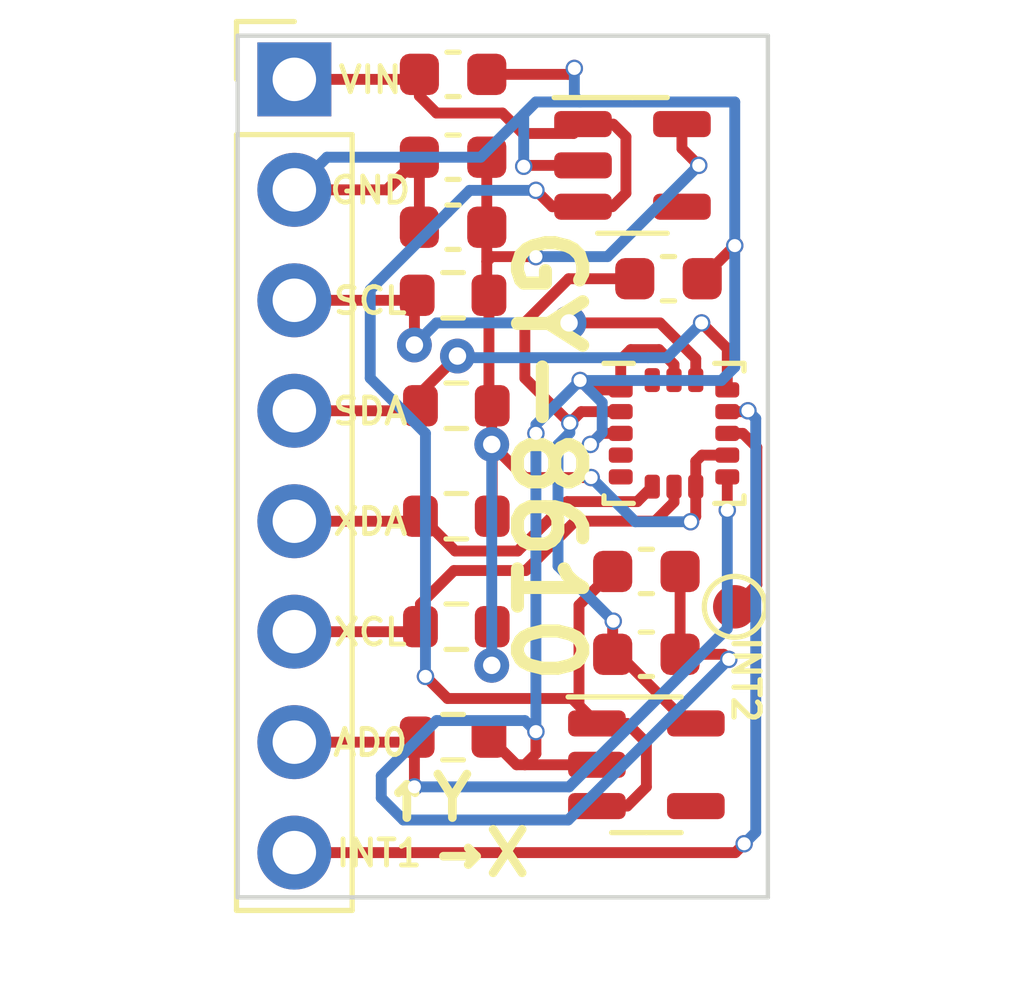
<source format=kicad_pcb>
(kicad_pcb (version 20211014) (generator pcbnew)
  (layers (0 "F.Cu" signal) (31 "B.Cu" signal) (34 "B.Paste" user) (35 "F.Paste" user) (36 "B.SilkS" user "B.Silkscreen") (37 "F.SilkS" user "F.Silkscreen") (38 "B.Mask" user) (39 "F.Mask" user) (44 "Edge.Cuts" user))
  (net 0 "")
  (net 1 "VIN")
  (net 2 "GND")
  (net 3 "+3V3")
  (net 4 "+1V8")
  (net 7 "XDA")
  (net 8 "XCL")
  (net 9 "AD0")
  (net 10 "Net-(U1-Pad11)")
  (net 11 "INT")
  (net 12 "SDA")
  (net 13 "SCL")
  (footprint "Resistor_SMD:R_0603_1608Metric" (layer "F.Cu") (at 142.95 80.645 180)
    (fp_text reference "R4" hide)
    (fp_text value "2.2K")
    (fp_line (start -0.237258 0.5225) (end 0.237258 0.5225) (layer "F.SilkS") (width 0.12))
    (fp_line (start -0.237258 -0.5225) (end 0.237258 -0.5225) (layer "F.SilkS") (width 0.12))
    (pad "1" smd roundrect (at -0.825 0 180) (size 0.8 0.95) (layers "F.Cu" "F.Paste" "F.Mask") (net 4 "+1V8"))
    (pad "2" smd roundrect (at 0.825 0 180) (size 0.8 0.95) (layers "F.Cu" "F.Paste" "F.Mask") (net 7 "XDA"))
  )
  (footprint "Capacitor_SMD:C_0603_1608Metric" (layer "F.Cu") (at 142.875 70.485)
    (fp_text reference "C3" hide)
    (fp_text value "10uF")
    (fp_line (start -0.14058 0.51) (end 0.14058 0.51) (layer "F.SilkS") (width 0.12))
    (fp_line (start -0.14058 -0.51) (end 0.14058 -0.51) (layer "F.SilkS") (width 0.12))
    (pad "1" smd roundrect (at -0.775 0) (size 0.9 0.95) (layers "F.Cu" "F.Paste" "F.Mask") (net 1 "VIN"))
    (pad "2" smd roundrect (at 0.775 0) (size 0.9 0.95) (layers "F.Cu" "F.Paste" "F.Mask") (net 2 "GND"))
  )
  (footprint "Capacitor_SMD:C_0603_1608Metric" (layer "F.Cu") (at 147.32 83.82)
    (fp_text reference "C5" hide)
    (fp_text value "10uF")
    (fp_line (start -0.14058 0.51) (end 0.14058 0.51) (layer "F.SilkS") (width 0.12))
    (fp_line (start -0.14058 -0.51) (end 0.14058 -0.51) (layer "F.SilkS") (width 0.12))
    (pad "1" smd roundrect (at -0.775 0) (size 0.9 0.95) (layers "F.Cu" "F.Paste" "F.Mask") (net 3 "+3V3"))
    (pad "2" smd roundrect (at 0.775 0) (size 0.9 0.95) (layers "F.Cu" "F.Paste" "F.Mask") (net 2 "GND"))
  )
  (footprint "Resistor_SMD:R_0603_1608Metric" (layer "F.Cu") (at 142.875 85.725)
    (fp_text reference "R1" hide)
    (fp_text value "12K")
    (fp_line (start -0.237258 -0.5225) (end 0.237258 -0.5225) (layer "F.SilkS") (width 0.12))
    (fp_line (start -0.237258 0.5225) (end 0.237258 0.5225) (layer "F.SilkS") (width 0.12))
    (pad "1" smd roundrect (at -0.825 0) (size 0.8 0.95) (layers "F.Cu" "F.Paste" "F.Mask") (net 9 "AD0"))
    (pad "2" smd roundrect (at 0.825 0) (size 0.8 0.95) (layers "F.Cu" "F.Paste" "F.Mask") (net 2 "GND"))
  )
  (footprint "Package_LGA:LGA-16_3x3mm_P0.5mm_LayoutBorder3x5y" (layer "F.Cu") (at 147.955 78.74)
    (fp_text reference "U1" hide)
    (fp_text value "QMI8610")
    (fp_line (start 1.61 1.61) (end 1.61 1.435) (layer "F.SilkS") (width 0.12))
    (fp_line (start -0.935 1.61) (end -1.61 1.61) (layer "F.SilkS") (width 0.12))
    (fp_line (start -0.935 -1.61) (end -1.61 -1.61) (layer "F.SilkS") (width 0.12))
    (fp_line (start 1.61 -1.61) (end 1.61 -1.435) (layer "F.SilkS") (width 0.12))
    (fp_line (start 0.935 1.61) (end 1.61 1.61) (layer "F.SilkS") (width 0.12))
    (fp_line (start -1.61 1.61) (end -1.61 1.435) (layer "F.SilkS") (width 0.12))
    (fp_line (start 0.935 -1.61) (end 1.61 -1.61) (layer "F.SilkS") (width 0.12))
    (pad "1" smd roundrect (at -1.225 -1) (size 0.55 0.35) (layers "F.Cu" "F.Paste" "F.Mask") (net 2 "GND"))
    (pad "2" smd roundrect (at -1.225 -0.5) (size 0.55 0.35) (layers "F.Cu" "F.Paste" "F.Mask") (net 3 "+3V3"))
    (pad "3" smd roundrect (at -1.225 0) (size 0.55 0.35) (layers "F.Cu" "F.Paste" "F.Mask") (net 2 "GND"))
    (pad "4" smd roundrect (at -1.225 0.5) (size 0.55 0.35) (layers "F.Cu" "F.Paste" "F.Mask"))
    (pad "5" smd roundrect (at -1.225 1) (size 0.55 0.35) (layers "F.Cu" "F.Paste" "F.Mask"))
    (pad "6" smd roundrect (at -0.5 1.225) (size 0.35 0.55) (layers "F.Cu" "F.Paste" "F.Mask") (net 7 "XDA"))
    (pad "7" smd roundrect (at 0 1.225) (size 0.35 0.55) (layers "F.Cu" "F.Paste" "F.Mask") (net 8 "XCL"))
    (pad "8" smd roundrect (at 0.5 1.225) (size 0.35 0.55) (layers "F.Cu" "F.Paste" "F.Mask") (net 4 "+1V8"))
    (pad "9" smd roundrect (at 1.225 1) (size 0.55 0.35) (layers "F.Cu" "F.Paste" "F.Mask") (net 9 "AD0"))
    (pad "10" smd roundrect (at 1.225 0.5) (size 0.55 0.35) (layers "F.Cu" "F.Paste" "F.Mask") (net 4 "+1V8"))
    (pad "11" smd roundrect (at 1.225 0) (size 0.55 0.35) (layers "F.Cu" "F.Paste" "F.Mask") (net 10 "Net-(U1-Pad11)"))
    (pad "12" smd roundrect (at 1.225 -0.5) (size 0.55 0.35) (layers "F.Cu" "F.Paste" "F.Mask") (net 11 "INT"))
    (pad "13" smd roundrect (at 1.225 -1) (size 0.55 0.35) (layers "F.Cu" "F.Paste" "F.Mask") (net 12 "SDA"))
    (pad "14" smd roundrect (at 0.5 -1.225) (size 0.35 0.55) (layers "F.Cu" "F.Paste" "F.Mask") (net 13 "SCL"))
    (pad "15" smd roundrect (at 0 -1.225) (size 0.35 0.55) (layers "F.Cu" "F.Paste" "F.Mask") (net 2 "GND"))
    (pad "16" smd roundrect (at -0.5 -1.225) (size 0.35 0.55) (layers "F.Cu" "F.Paste" "F.Mask"))
  )
  (footprint "Capacitor_SMD:C_0603_1608Metric" (layer "F.Cu") (at 147.828 75.184 180)
    (fp_text reference "C1" hide)
    (fp_text value "100nF")
    (fp_line (start -0.14058 0.51) (end 0.14058 0.51) (layer "F.SilkS") (width 0.12))
    (fp_line (start -0.14058 -0.51) (end 0.14058 -0.51) (layer "F.SilkS") (width 0.12))
    (pad "1" smd roundrect (at -0.775 0 180) (size 0.9 0.95) (layers "F.Cu" "F.Paste" "F.Mask") (net 2 "GND"))
    (pad "2" smd roundrect (at 0.775 0 180) (size 0.9 0.95) (layers "F.Cu" "F.Paste" "F.Mask") (net 3 "+3V3"))
  )
  (footprint "Capacitor_SMD:C_0603_1608Metric" (layer "F.Cu") (at 142.875 74 180)
    (fp_text reference "C6" hide)
    (fp_text value "10uF")
    (fp_line (start -0.14058 0.51) (end 0.14058 0.51) (layer "F.SilkS") (width 0.12))
    (fp_line (start -0.14058 -0.51) (end 0.14058 -0.51) (layer "F.SilkS") (width 0.12))
    (pad "1" smd roundrect (at -0.775 0 180) (size 0.9 0.95) (layers "F.Cu" "F.Paste" "F.Mask") (net 4 "+1V8"))
    (pad "2" smd roundrect (at 0.775 0 180) (size 0.9 0.95) (layers "F.Cu" "F.Paste" "F.Mask") (net 2 "GND"))
  )
  (footprint "Resistor_SMD:R_0603_1608Metric" (layer "F.Cu") (at 142.95 78.105 180)
    (fp_text reference "R2" hide)
    (fp_text value "2.2K")
    (fp_line (start -0.237258 0.5225) (end 0.237258 0.5225) (layer "F.SilkS") (width 0.12))
    (fp_line (start -0.237258 -0.5225) (end 0.237258 -0.5225) (layer "F.SilkS") (width 0.12))
    (pad "1" smd roundrect (at -0.825 0 180) (size 0.8 0.95) (layers "F.Cu" "F.Paste" "F.Mask") (net 4 "+1V8"))
    (pad "2" smd roundrect (at 0.825 0 180) (size 0.8 0.95) (layers "F.Cu" "F.Paste" "F.Mask") (net 12 "SDA"))
  )
  (footprint "Package_TO_SOT_SMD:SOT-23-5" (layer "F.Cu") (at 147 72.578)
    (fp_text reference "U3" hide)
    (fp_text value "LN1134A182MR-G 1.8V")
    (fp_line (start 0 1.56) (end -0.8 1.56) (layer "F.SilkS") (width 0.12))
    (fp_line (start 0 -1.56) (end 0.8 -1.56) (layer "F.SilkS") (width 0.12))
    (fp_line (start 0 -1.56) (end -1.8 -1.56) (layer "F.SilkS") (width 0.12))
    (fp_line (start 0 1.56) (end 0.8 1.56) (layer "F.SilkS") (width 0.12))
    (pad "1" smd roundrect (at -1.1375 -0.95) (size 1.325 0.6) (layers "F.Cu" "F.Paste" "F.Mask") (net 1 "VIN"))
    (pad "2" smd roundrect (at -1.1375 0) (size 1.325 0.6) (layers "F.Cu" "F.Paste" "F.Mask") (net 2 "GND"))
    (pad "3" smd roundrect (at -1.1375 0.95) (size 1.325 0.6) (layers "F.Cu" "F.Paste" "F.Mask") (net 1 "VIN"))
    (pad "4" smd roundrect (at 1.1375 0.95) (size 1.325 0.6) (layers "F.Cu" "F.Paste" "F.Mask"))
    (pad "5" smd roundrect (at 1.1375 -0.95) (size 1.325 0.6) (layers "F.Cu" "F.Paste" "F.Mask") (net 4 "+1V8"))
  )
  (footprint "TestPoint:TestPoint_Pad_D1.0mm" (layer "F.Cu") (at 149.352 82.7278)
    (fp_text reference "TP1" hide)
    (fp_text value "TestPoint_Probe")
    (fp_circle (center 0 0) (end 0 0.7) (layer "F.SilkS") (width 0.12) (fill none))
    (pad "1" smd circle (at 0 0) (size 1 1) (layers "F.Cu" "F.Mask") (net 10 "Net-(U1-Pad11)"))
  )
  (footprint "Connector_PinHeader_2.54mm:PinHeader_1x08_P2.54mm_Vertical" (layer "F.Cu") (at 139.225 70.6)
    (fp_text reference "J1" hide)
    (fp_text value "Conn_01x08_Male")
    (fp_line (start -1.33 19.11) (end 1.33 19.11) (layer "F.SilkS") (width 0.12))
    (fp_line (start -1.33 0) (end -1.33 -1.33) (layer "F.SilkS") (width 0.12))
    (fp_line (start -1.33 1.27) (end -1.33 19.11) (layer "F.SilkS") (width 0.12))
    (fp_line (start 1.33 1.27) (end 1.33 19.11) (layer "F.SilkS") (width 0.12))
    (fp_line (start -1.33 1.27) (end 1.33 1.27) (layer "F.SilkS") (width 0.12))
    (fp_line (start -1.33 -1.33) (end 0 -1.33) (layer "F.SilkS") (width 0.12))
    (pad "1" thru_hole rect (at 0 0) (size 1.7 1.7) (drill 1) (layers *.Cu *.Mask) (net 1 "VIN"))
    (pad "2" thru_hole oval (at 0 2.54) (size 1.7 1.7) (drill 1) (layers *.Cu *.Mask) (net 2 "GND"))
    (pad "3" thru_hole oval (at 0 5.08) (size 1.7 1.7) (drill 1) (layers *.Cu *.Mask) (net 13 "SCL"))
    (pad "4" thru_hole oval (at 0 7.62) (size 1.7 1.7) (drill 1) (layers *.Cu *.Mask) (net 12 "SDA"))
    (pad "5" thru_hole oval (at 0 10.16) (size 1.7 1.7) (drill 1) (layers *.Cu *.Mask) (net 7 "XDA"))
    (pad "6" thru_hole oval (at 0 12.7) (size 1.7 1.7) (drill 1) (layers *.Cu *.Mask) (net 8 "XCL"))
    (pad "7" thru_hole oval (at 0 15.24) (size 1.7 1.7) (drill 1) (layers *.Cu *.Mask) (net 9 "AD0"))
    (pad "8" thru_hole oval (at 0 17.78) (size 1.7 1.7) (drill 1) (layers *.Cu *.Mask) (net 11 "INT"))
  )
  (footprint "Capacitor_SMD:C_0603_1608Metric" (layer "F.Cu") (at 142.875 72.39)
    (fp_text reference "C2" hide)
    (fp_text value "100nF")
    (fp_line (start -0.14058 0.51) (end 0.14058 0.51) (layer "F.SilkS") (width 0.12))
    (fp_line (start -0.14058 -0.51) (end 0.14058 -0.51) (layer "F.SilkS") (width 0.12))
    (pad "1" smd roundrect (at -0.775 0) (size 0.9 0.95) (layers "F.Cu" "F.Paste" "F.Mask") (net 2 "GND"))
    (pad "2" smd roundrect (at 0.775 0) (size 0.9 0.95) (layers "F.Cu" "F.Paste" "F.Mask") (net 4 "+1V8"))
  )
  (footprint "Capacitor_SMD:C_0603_1608Metric" (layer "F.Cu") (at 147.32 81.915)
    (fp_text reference "C4" hide)
    (fp_text value "10uF")
    (fp_line (start -0.14058 -0.51) (end 0.14058 -0.51) (layer "F.SilkS") (width 0.12))
    (fp_line (start -0.14058 0.51) (end 0.14058 0.51) (layer "F.SilkS") (width 0.12))
    (pad "1" smd roundrect (at -0.775 0) (size 0.9 0.95) (layers "F.Cu" "F.Paste" "F.Mask") (net 1 "VIN"))
    (pad "2" smd roundrect (at 0.775 0) (size 0.9 0.95) (layers "F.Cu" "F.Paste" "F.Mask") (net 2 "GND"))
  )
  (footprint "Package_TO_SOT_SMD:SOT-23-5" (layer "F.Cu") (at 147.32 86.36)
    (fp_text reference "U2" hide)
    (fp_text value "ME6211 3.3V")
    (fp_line (start 0 1.56) (end 0.8 1.56) (layer "F.SilkS") (width 0.12))
    (fp_line (start 0 -1.56) (end -1.8 -1.56) (layer "F.SilkS") (width 0.12))
    (fp_line (start 0 -1.56) (end 0.8 -1.56) (layer "F.SilkS") (width 0.12))
    (fp_line (start 0 1.56) (end -0.8 1.56) (layer "F.SilkS") (width 0.12))
    (pad "1" smd roundrect (at -1.1375 -0.95) (size 1.325 0.6) (layers "F.Cu" "F.Paste" "F.Mask") (net 1 "VIN"))
    (pad "2" smd roundrect (at -1.1375 0) (size 1.325 0.6) (layers "F.Cu" "F.Paste" "F.Mask") (net 2 "GND"))
    (pad "3" smd roundrect (at -1.1375 0.95) (size 1.325 0.6) (layers "F.Cu" "F.Paste" "F.Mask") (net 1 "VIN"))
    (pad "4" smd roundrect (at 1.1375 0.95) (size 1.325 0.6) (layers "F.Cu" "F.Paste" "F.Mask"))
    (pad "5" smd roundrect (at 1.1375 -0.95) (size 1.325 0.6) (layers "F.Cu" "F.Paste" "F.Mask") (net 3 "+3V3"))
  )
  (footprint "Resistor_SMD:R_0603_1608Metric" (layer "F.Cu") (at 142.95 83.185 180)
    (fp_text reference "R5" hide)
    (fp_text value "2.2K")
    (fp_line (start -0.237258 0.5225) (end 0.237258 0.5225) (layer "F.SilkS") (width 0.12))
    (fp_line (start -0.237258 -0.5225) (end 0.237258 -0.5225) (layer "F.SilkS") (width 0.12))
    (pad "1" smd roundrect (at -0.825 0 180) (size 0.8 0.95) (layers "F.Cu" "F.Paste" "F.Mask") (net 4 "+1V8"))
    (pad "2" smd roundrect (at 0.825 0 180) (size 0.8 0.95) (layers "F.Cu" "F.Paste" "F.Mask") (net 8 "XCL"))
  )
  (footprint "Resistor_SMD:R_0603_1608Metric" (layer "F.Cu") (at 142.875 75.565 180)
    (fp_text reference "R3" hide)
    (fp_text value "2.2K")
    (fp_line (start -0.237258 0.5225) (end 0.237258 0.5225) (layer "F.SilkS") (width 0.12))
    (fp_line (start -0.237258 -0.5225) (end 0.237258 -0.5225) (layer "F.SilkS") (width 0.12))
    (pad "1" smd roundrect (at -0.825 0 180) (size 0.8 0.95) (layers "F.Cu" "F.Paste" "F.Mask") (net 4 "+1V8"))
    (pad "2" smd roundrect (at 0.825 0 180) (size 0.8 0.95) (layers "F.Cu" "F.Paste" "F.Mask") (net 13 "SCL"))
  )
  (gr_line (start 150.114 69.596) (end 150.114 89.408) (layer "Edge.Cuts") (width 0.1))
  (gr_line (start 137.922 89.408) (end 137.922 69.596) (layer "Edge.Cuts") (width 0.1))
  (gr_line (start 137.922 89.408) (end 150.114 89.408) (layer "Edge.Cuts") (width 0.1))
  (gr_line (start 137.922 69.596) (end 150.114 69.596) (layer "Edge.Cuts") (width 0.1))
  (gr_text "INT2" (at 149.606 84.4042 270) (layer "F.SilkS") (effects (font (size 0.6 0.6) (thickness 0.12))))
  (gr_text "GND" (at 140.97 73.152) (layer "F.SilkS") (effects (font (size 0.6 0.6) (thickness 0.11))))
  (gr_text "↑Y" (at 142.24 87.122) (layer "F.SilkS") (effects (font (size 1 1) (thickness 0.2))))
  (gr_text "→X" (at 143.51 88.392) (layer "F.SilkS") (effects (font (size 1 1) (thickness 0.2))))
  (gr_text "SCL" (at 140.97 75.692) (layer "F.SilkS") (effects (font (size 0.6 0.6) (thickness 0.11))))
  (gr_text "VIN" (at 140.97 70.612) (layer "F.SilkS") (effects (font (size 0.6 0.6) (thickness 0.11))))
  (gr_text "SDA" (at 140.97 78.232) (layer "F.SilkS") (effects (font (size 0.6 0.6) (thickness 0.11))))
  (gr_text "INT1" (at 141.1732 88.392) (layer "F.SilkS") (effects (font (size 0.6 0.6) (thickness 0.11))))
  (gr_text "AD0" (at 140.97 85.852) (layer "F.SilkS") (effects (font (size 0.6 0.6) (thickness 0.11))))
  (gr_text "GY-8610" (at 145.034 79.248 270) (layer "F.SilkS") (effects (font (size 1.5 1.5) (thickness 0.3))))
  (gr_text "XDA" (at 140.97 80.772) (layer "F.SilkS") (effects (font (size 0.6 0.6) (thickness 0.11))))
  (gr_text "XCL" (at 140.97 83.312) (layer "F.SilkS") (effects (font (size 0.6 0.6) (thickness 0.11))))
  (segment (start 141.985 70.6) (end 139.225 70.6) (width 0.25) (layer "F.Cu") (net 1))
  (segment (start 146.537678 73.528) (end 146.84952 73.216158) (width 0.25) (layer "F.Cu") (net 1))
  (segment (start 146.878 87.31) (end 146.1825 87.31) (width 0.25) (layer "F.Cu") (net 1))
  (segment (start 142.1 70.485) (end 142.1 70.98) (width 0.25) (layer "F.Cu") (net 1))
  (segment (start 142.748 84.836) (end 142.24 84.328) (width 0.25) (layer "F.Cu") (net 1))
  (segment (start 146.84952 73.216158) (end 146.84952 71.91952) (width 0.25) (layer "F.Cu") (net 1))
  (segment (start 145.156 73.528) (end 144.78 73.152) (width 0.25) (layer "F.Cu") (net 1))
  (segment (start 142.494 71.374) (end 144.009386 71.374) (width 0.25) (layer "F.Cu") (net 1))
  (segment (start 144.009386 71.374) (end 144.479897 71.844511) (width 0.25) (layer "F.Cu") (net 1))
  (segment (start 145.77048 84.99798) (end 146.1825 85.41) (width 0.25) (layer "F.Cu") (net 1))
  (segment (start 145.6085 84.836) (end 142.748 84.836) (width 0.25) (layer "F.Cu") (net 1))
  (segment (start 145.645989 71.844511) (end 145.8625 71.628) (width 0.25) (layer "F.Cu") (net 1))
  (segment (start 146.545 81.915) (end 145.77048 82.68952) (width 0.25) (layer "F.Cu") (net 1))
  (segment (start 146.1825 85.41) (end 146.878 85.41) (width 0.25) (layer "F.Cu") (net 1))
  (segment (start 145.8625 73.528) (end 145.156 73.528) (width 0.25) (layer "F.Cu") (net 1))
  (segment (start 146.1825 85.41) (end 145.6085 84.836) (width 0.25) (layer "F.Cu") (net 1))
  (segment (start 142.1 70.98) (end 142.494 71.374) (width 0.25) (layer "F.Cu") (net 1))
  (segment (start 144.479897 71.844511) (end 145.645989 71.844511) (width 0.25) (layer "F.Cu") (net 1))
  (segment (start 145.77048 82.68952) (end 145.77048 84.99798) (width 0.25) (layer "F.Cu") (net 1))
  (segment (start 147.32 86.868) (end 146.878 87.31) (width 0.25) (layer "F.Cu") (net 1))
  (segment (start 147.32 85.852) (end 147.32 86.868) (width 0.25) (layer "F.Cu") (net 1))
  (segment (start 146.558 71.628) (end 146.84952 71.91952) (width 0.25) (layer "F.Cu") (net 1))
  (segment (start 146.878 85.41) (end 147.32 85.852) (width 0.25) (layer "F.Cu") (net 1))
  (segment (start 142.1 70.485) (end 141.985 70.6) (width 0.25) (layer "F.Cu") (net 1))
  (via (at 142.24 84.328) (size 0.4) (drill 0.3) (layers "F.Cu" "B.Cu") (net 1))
  (via (at 144.78 73.152) (size 0.4) (drill 0.3) (layers "F.Cu" "B.Cu") (net 1))
  (segment (start 140.97 77.47) (end 140.97 75.438) (width 0.25) (layer "B.Cu") (net 1))
  (segment (start 144.78 73.152) (end 143.256 73.152) (width 0.25) (layer "B.Cu") (net 1))
  (segment (start 142.24 84.328) (end 142.24 78.74) (width 0.25) (layer "B.Cu") (net 1))
  (segment (start 140.97 75.438) (end 142.748 73.66) (width 0.25) (layer "B.Cu") (net 1))
  (segment (start 142.24 78.74) (end 140.97 77.47) (width 0.25) (layer "B.Cu") (net 1))
  (segment (start 143.256 73.152) (end 142.748 73.66) (width 0.25) (layer "B.Cu") (net 1))
  (segment (start 144.78 86.106) (end 144.78 85.598) (width 0.25) (layer "F.Cu") (net 2))
  (segment (start 146.1825 86.36) (end 144.526 86.36) (width 0.25) (layer "F.Cu") (net 2))
  (segment (start 147.611724 76.81404) (end 146.95996 76.81404) (width 0.25) (layer "F.Cu") (net 2))
  (segment (start 146.95996 76.81404) (end 146.73 77.044) (width 0.25) (layer "F.Cu") (net 2))
  (segment (start 146.012011 77.74) (end 145.796 77.523989) (width 0.25) (layer "F.Cu") (net 2))
  (segment (start 144.526 86.36) (end 144.78 86.106) (width 0.25) (layer "F.Cu") (net 2))
  (segment (start 144.526 86.36) (end 144.335 86.36) (width 0.25) (layer "F.Cu") (net 2))
  (segment (start 148.095 81.915) (end 148.095 83.82) (width 0.25) (layer "F.Cu") (net 2))
  (segment (start 147.95548 77.157796) (end 147.611724 76.81404) (width 0.25) (layer "F.Cu") (net 2))
  (segment (start 144.335 86.36) (end 143.7 85.725) (width 0.25) (layer "F.Cu") (net 2))
  (segment (start 145.526371 70.485) (end 145.663563 70.347808) (width 0.25) (layer "F.Cu") (net 2))
  (segment (start 142.1 74) (end 142.1 72.39) (width 0.25) (layer "F.Cu") (net 2))
  (segment (start 141.35 73.14) (end 139.225 73.14) (width 0.25) (layer "F.Cu") (net 2))
  (segment (start 143.65 70.485) (end 145.526371 70.485) (width 0.25) (layer "F.Cu") (net 2))
  (segment (start 146.73 78.74) (end 146.2875 78.74) (width 0.25) (layer "F.Cu") (net 2))
  (segment (start 147.95548 77.515) (end 147.95548 77.157796) (width 0.25) (layer "F.Cu") (net 2))
  (segment (start 148.603 75.184) (end 148.603 75.171) (width 0.25) (layer "F.Cu") (net 2))
  (segment (start 149.098 83.82) (end 149.214878 83.936878) (width 0.25) (layer "F.Cu") (net 2))
  (segment (start 145.8625 72.578) (end 144.519667 72.578) (width 0.25) (layer "F.Cu") (net 2))
  (segment (start 146.73 77.044) (end 146.73 77.74) (width 0.25) (layer "F.Cu") (net 2))
  (segment (start 148.095 83.82) (end 149.098 83.82) (width 0.25) (layer "F.Cu") (net 2))
  (segment (start 148.603 75.184) (end 148.844 75.184) (width 0.25) (layer "F.Cu") (net 2))
  (segment (start 148.603 75.171) (end 149.352 74.422) (width 0.25) (layer "F.Cu") (net 2))
  (segment (start 147.955 77.515) (end 147.95548 77.515) (width 0.25) (layer "F.Cu") (net 2))
  (segment (start 146.2875 78.74) (end 146.0335 78.994) (width 0.25) (layer "F.Cu") (net 2))
  (segment (start 142.1 72.39) (end 141.35 73.14) (width 0.25) (layer "F.Cu") (net 2))
  (segment (start 144.519667 72.578) (end 144.4995 72.598167) (width 0.25) (layer "F.Cu") (net 2))
  (segment (start 146.73 77.74) (end 146.012011 77.74) (width 0.25) (layer "F.Cu") (net 2))
  (via (at 145.796 77.523989) (size 0.4) (drill 0.3) (layers "F.Cu" "B.Cu") (net 2))
  (via (at 149.352 74.422) (size 0.4) (drill 0.3) (layers "F.Cu" "B.Cu") (net 2))
  (via (at 145.663563 70.347808) (size 0.4) (drill 0.3) (layers "F.Cu" "B.Cu") (net 2))
  (via (at 149.214878 83.936878) (size 0.4) (drill 0.3) (layers "F.Cu" "B.Cu") (net 2))
  (via (at 144.4995 72.598167) (size 0.4) (drill 0.3) (layers "F.Cu" "B.Cu") (net 2))
  (via (at 146.0335 78.994) (size 0.4) (drill 0.3) (layers "F.Cu" "B.Cu") (net 2))
  (via (at 144.78 85.598) (size 0.4) (drill 0.3) (layers "F.Cu" "B.Cu") (net 2))
  (via (at 144.78 78.74) (size 0.4) (drill 0.3) (layers "F.Cu" "B.Cu") (net 2))
  (segment (start 144.4995 72.598167) (end 144.4995 71.4005) (width 0.25) (layer "B.Cu") (net 2))
  (segment (start 149.352 77.216) (end 149.044011 77.523989) (width 0.25) (layer "B.Cu") (net 2))
  (segment (start 149.352 74.422) (end 149.352 71.12) (width 0.25) (layer "B.Cu") (net 2))
  (segment (start 141.224 87.122) (end 141.224 86.614) (width 0.25) (layer "B.Cu") (net 2))
  (segment (start 144.78 71.12) (end 143.51 72.39) (width 0.25) (layer "B.Cu") (net 2))
  (segment (start 145.663563 70.347808) (end 145.663563 70.987563) (width 0.25) (layer "B.Cu") (net 2))
  (segment (start 142.494 85.344) (end 144.526 85.344) (width 0.25) (layer "B.Cu") (net 2))
  (segment (start 149.044011 77.523989) (end 145.796 77.523989) (width 0.25) (layer "B.Cu") (net 2))
  (segment (start 149.214878 83.936878) (end 145.521756 87.63) (width 0.25) (layer "B.Cu") (net 2))
  (segment (start 144.4995 71.4005) (end 144.78 71.12) (width 0.25) (layer "B.Cu") (net 2))
  (segment (start 141.224 86.614) (end 142.494 85.344) (width 0.25) (layer "B.Cu") (net 2))
  (segment (start 145.663563 70.987563) (end 145.796 71.12) (width 0.25) (layer "B.Cu") (net 2))
  (segment (start 145.521756 87.63) (end 141.732 87.63) (width 0.25) (layer "B.Cu") (net 2))
  (segment (start 144.78 71.12) (end 145.796 71.12) (width 0.25) (layer "B.Cu") (net 2))
  (segment (start 146.0335 78.994) (end 146.304 78.7235) (width 0.25) (layer "B.Cu") (net 2))
  (segment (start 144.78 85.598) (end 144.78 78.74) (width 0.25) (layer "B.Cu") (net 2))
  (segment (start 146.304 78.7235) (end 146.304 78.031989) (width 0.25) (layer "B.Cu") (net 2))
  (segment (start 144.78 78.74) (end 144.78 78.539989) (width 0.25) (layer "B.Cu") (net 2))
  (segment (start 149.352 74.422) (end 149.352 77.216) (width 0.25) (layer "B.Cu") (net 2))
  (segment (start 144.78 78.539989) (end 145.796 77.523989) (width 0.25) (layer "B.Cu") (net 2))
  (segment (start 145.796 71.12) (end 149.352 71.12) (width 0.25) (layer "B.Cu") (net 2))
  (segment (start 141.732 87.63) (end 141.224 87.122) (width 0.25) (layer "B.Cu") (net 2))
  (segment (start 139.975 72.39) (end 139.225 73.14) (width 0.25) (layer "B.Cu") (net 2))
  (segment (start 146.304 78.031989) (end 145.796 77.523989) (width 0.25) (layer "B.Cu") (net 2))
  (segment (start 143.51 72.39) (end 139.975 72.39) (width 0.25) (layer "B.Cu") (net 2))
  (segment (start 144.526 85.344) (end 144.78 85.598) (width 0.25) (layer "B.Cu") (net 2))
  (segment (start 148.4575 85.41) (end 148.6325 85.585) (width 0.25) (layer "F.Cu") (net 3))
  (segment (start 148.4575 85.41) (end 148.275 85.41) (width 0.25) (layer "F.Cu") (net 3))
  (segment (start 144.526 76.191386) (end 145.533386 75.184) (width 0.25) (layer "F.Cu") (net 3))
  (segment (start 145.558872 78.502872) (end 144.526 77.47) (width 0.25) (layer "F.Cu") (net 3))
  (segment (start 145.821745 78.24) (end 145.558872 78.502873) (width 0.25) (layer "F.Cu") (net 3))
  (segment (start 145.558872 78.502873) (end 145.558872 78.502872) (width 0.25) (layer "F.Cu") (net 3))
  (segment (start 145.533386 75.184) (end 147.053 75.184) (width 0.25) (layer "F.Cu") (net 3))
  (segment (start 146.685 83.82) (end 146.545 83.82) (width 0.25) (layer "F.Cu") (net 3))
  (segment (start 144.526 77.47) (end 144.526 76.191386) (width 0.25) (layer "F.Cu") (net 3))
  (segment (start 146.545 83.82) (end 146.545 83.071) (width 0.25) (layer "F.Cu") (net 3))
  (segment (start 146.545 83.071) (end 146.558 83.058) (width 0.25) (layer "F.Cu") (net 3))
  (segment (start 146.73 78.24) (end 145.821745 78.24) (width 0.25) (layer "F.Cu") (net 3))
  (segment (start 148.275 85.41) (end 146.685 83.82) (width 0.25) (layer "F.Cu") (net 3))
  (via (at 145.558872 78.502873) (size 0.4) (drill 0.3) (layers "F.Cu" "B.Cu") (net 3))
  (via (at 146.558 83.058) (size 0.4) (drill 0.3) (layers "F.Cu" "B.Cu") (net 3))
  (segment (start 145.558872 78.726856) (end 145.288 78.997728) (width 0.25) (layer "B.Cu") (net 3))
  (segment (start 145.558872 78.502873) (end 145.558872 78.726856) (width 0.25) (layer "B.Cu") (net 3))
  (segment (start 145.288 78.997728) (end 145.288 81.788) (width 0.25) (layer "B.Cu") (net 3))
  (segment (start 145.288 81.788) (end 146.558 83.058) (width 0.25) (layer "B.Cu") (net 3))
  (segment (start 143.65 74) (end 143.65 74.79) (width 0.25) (layer "F.Cu") (net 4))
  (segment (start 148.455 80.653) (end 148.336 80.772) (width 0.25) (layer "F.Cu") (net 4))
  (segment (start 143.7 78.03) (end 143.775 78.105) (width 0.25) (layer "F.Cu") (net 4))
  (segment (start 146.05 79.756) (end 144.526 79.756) (width 0.25) (layer "F.Cu") (net 4))
  (segment (start 144.526 79.756) (end 143.764 78.994) (width 0.25) (layer "F.Cu") (net 4))
  (segment (start 143.65 74) (end 143.65 72.39) (width 0.25) (layer "F.Cu") (net 4))
  (segment (start 148.455 79.965) (end 148.455 79.383) (width 0.25) (layer "F.Cu") (net 4))
  (segment (start 143.7 75.565) (end 143.7 78.03) (width 0.25) (layer "F.Cu") (net 4))
  (segment (start 143.764 78.994) (end 143.764 78.116) (width 0.25) (layer "F.Cu") (net 4))
  (segment (start 148.1375 71.628) (end 148.1375 72.1915) (width 0.25) (layer "F.Cu") (net 4))
  (segment (start 143.764 84.074) (end 143.764 83.196) (width 0.25) (layer "F.Cu") (net 4))
  (segment (start 148.598 79.24) (end 149.18 79.24) (width 0.25) (layer "F.Cu") (net 4))
  (segment (start 148.1375 72.1915) (end 148.524 72.578) (width 0.25) (layer "F.Cu") (net 4))
  (segment (start 148.455 79.383) (end 148.598 79.24) (width 0.25) (layer "F.Cu") (net 4))
  (segment (start 143.764 83.196) (end 143.775 83.185) (width 0.25) (layer "F.Cu") (net 4))
  (segment (start 143.764 74.676) (end 143.65 74.79) (width 0.25) (layer "F.Cu") (net 4))
  (segment (start 143.775 79.005) (end 143.764 78.994) (width 0.25) (layer "F.Cu") (net 4))
  (segment (start 143.65 75.515) (end 143.7 75.565) (width 0.25) (layer "F.Cu") (net 4))
  (segment (start 144.78 74.676) (end 143.764 74.676) (width 0.25) (layer "F.Cu") (net 4))
  (segment (start 143.775 80.645) (end 143.775 79.005) (width 0.25) (layer "F.Cu") (net 4))
  (segment (start 143.764 78.116) (end 143.775 78.105) (width 0.25) (layer "F.Cu") (net 4))
  (segment (start 143.65 74.79) (end 143.65 75.515) (width 0.25) (layer "F.Cu") (net 4))
  (segment (start 148.455 79.965) (end 148.455 80.653) (width 0.25) (layer "F.Cu") (net 4))
  (via (at 143.764 84.074) (size 0.8) (drill 0.4) (layers "F.Cu" "B.Cu") (net 4))
  (via (at 148.524 72.578) (size 0.4) (drill 0.3) (layers "F.Cu" "B.Cu") (net 4))
  (via (at 144.78 74.676) (size 0.4) (drill 0.3) (layers "F.Cu" "B.Cu") (net 4))
  (via (at 146.05 79.756) (size 0.4) (drill 0.3) (layers "F.Cu" "B.Cu") (net 4))
  (via (at 143.764 78.994) (size 0.8) (drill 0.4) (layers "F.Cu" "B.Cu") (net 4))
  (via (at 148.336 80.772) (size 0.4) (drill 0.3) (layers "F.Cu" "B.Cu") (net 4))
  (segment (start 147.066 80.772) (end 146.05 79.756) (width 0.25) (layer "B.Cu") (net 4))
  (segment (start 148.524 72.578) (end 146.426 74.676) (width 0.25) (layer "B.Cu") (net 4))
  (segment (start 143.764 81.534) (end 143.764 78.994) (width 0.25) (layer "B.Cu") (net 4))
  (segment (start 146.426 74.676) (end 144.78 74.676) (width 0.25) (layer "B.Cu") (net 4))
  (segment (start 148.336 80.772) (end 147.066 80.772) (width 0.25) (layer "B.Cu") (net 4))
  (segment (start 143.764 81.534) (end 143.764 84.074) (width 0.25) (layer "B.Cu") (net 4))
  (segment (start 142.92452 81.44452) (end 144.36148 81.44452) (width 0.25) (layer "F.Cu") (net 7))
  (segment (start 144.36148 81.44452) (end 145.497 80.309) (width 0.25) (layer "F.Cu") (net 7))
  (segment (start 147.455 79.965) (end 147.111 80.309) (width 0.25) (layer "F.Cu") (net 7))
  (segment (start 142.125 80.645) (end 142.92452 81.44452) (width 0.25) (layer "F.Cu") (net 7))
  (segment (start 145.497 80.309) (end 147.111 80.309) (width 0.25) (layer "F.Cu") (net 7))
  (segment (start 139.225 80.76) (end 142.01 80.76) (width 0.25) (layer "F.Cu") (net 7))
  (segment (start 142.01 80.76) (end 142.125 80.645) (width 0.25) (layer "F.Cu") (net 7))
  (segment (start 142.125 83.185) (end 142.125 82.665) (width 0.25) (layer "F.Cu") (net 8))
  (segment (start 144.547677 81.89404) (end 145.683198 80.75852) (width 0.25) (layer "F.Cu") (net 8))
  (segment (start 147.95548 79.965) (end 147.95548 80.322204) (width 0.25) (layer "F.Cu") (net 8))
  (segment (start 145.683198 80.75852) (end 147.519164 80.75852) (width 0.25) (layer "F.Cu") (net 8))
  (segment (start 142.01 83.3) (end 139.225 83.3) (width 0.25) (layer "F.Cu") (net 8))
  (segment (start 142.89596 81.89404) (end 144.547677 81.89404) (width 0.25) (layer "F.Cu") (net 8))
  (segment (start 147.955 79.965) (end 147.95548 79.965) (width 0.25) (layer "F.Cu") (net 8))
  (segment (start 147.519164 80.75852) (end 147.95548 80.322204) (width 0.25) (layer "F.Cu") (net 8))
  (segment (start 142.125 82.665) (end 142.89596 81.89404) (width 0.25) (layer "F.Cu") (net 8))
  (segment (start 142.125 83.185) (end 142.01 83.3) (width 0.25) (layer "F.Cu") (net 8))
  (segment (start 141.935 85.84) (end 139.225 85.84) (width 0.25) (layer "F.Cu") (net 9))
  (segment (start 141.986 86.868) (end 141.986 85.789) (width 0.25) (layer "F.Cu") (net 9))
  (segment (start 141.986 85.789) (end 142.05 85.725) (width 0.25) (layer "F.Cu") (net 9))
  (segment (start 149.18 79.74) (end 149.18 80.506121) (width 0.25) (layer "F.Cu") (net 9))
  (segment (start 142.05 85.725) (end 141.935 85.84) (width 0.25) (layer "F.Cu") (net 9))
  (via (at 141.986 86.868) (size 0.4) (drill 0.3) (layers "F.Cu" "B.Cu") (net 9))
  (via (at 149.18 80.506121) (size 0.4) (drill 0.3) (layers "F.Cu" "B.Cu") (net 9))
  (segment (start 149.18 83.23) (end 145.542 86.868) (width 0.25) (layer "B.Cu") (net 9))
  (segment (start 149.18 80.506121) (end 149.18 83.23) (width 0.25) (layer "B.Cu") (net 9))
  (segment (start 145.542 86.868) (end 141.986 86.868) (width 0.25) (layer "B.Cu") (net 9))
  (segment (start 149.86 82.2198) (end 149.86 79.062316) (width 0.25) (layer "F.Cu") (net 10))
  (segment (start 149.86 79.062316) (end 149.537684 78.74) (width 0.25) (layer "F.Cu") (net 10))
  (segment (start 149.537684 78.74) (end 149.18 78.74) (width 0.25) (layer "F.Cu") (net 10))
  (segment (start 149.352 82.7278) (end 149.86 82.2198) (width 0.25) (layer "F.Cu") (net 10))
  (segment (start 149.364 88.38) (end 139.225 88.38) (width 0.25) (layer "F.Cu") (net 11))
  (segment (start 149.5679 88.1761) (end 149.364 88.38) (width 0.25) (layer "F.Cu") (net 11))
  (segment (start 149.635686 78.24) (end 149.655391 78.220295) (width 0.25) (layer "F.Cu") (net 11))
  (segment (start 149.18 78.24) (end 149.635686 78.24) (width 0.25) (layer "F.Cu") (net 11))
  (via (at 149.655391 78.220295) (size 0.4) (drill 0.3) (layers "F.Cu" "B.Cu") (net 11))
  (via (at 149.5679 88.1761) (size 0.4) (drill 0.3) (layers "F.Cu" "B.Cu") (net 11))
  (segment (start 149.655391 78.220295) (end 149.8346 78.399504) (width 0.25) (layer "B.Cu") (net 11))
  (segment (start 149.8346 87.9094) (end 149.5679 88.1761) (width 0.25) (layer "B.Cu") (net 11))
  (segment (start 149.8346 78.399504) (end 149.8346 87.9094) (width 0.25) (layer "B.Cu") (net 11))
  (segment (start 142.125 78.105) (end 142.125 77.8125) (width 0.25) (layer "F.Cu") (net 12))
  (segment (start 149.196 77.724) (end 149.18 77.74) (width 0.25) (layer "F.Cu") (net 12))
  (segment (start 149.18 77.74) (end 149.18 76.79) (width 0.25) (layer "F.Cu") (net 12))
  (segment (start 142.01 78.22) (end 142.125 78.105) (width 0.25) (layer "F.Cu") (net 12))
  (segment (start 139.225 78.22) (end 142.01 78.22) (width 0.25) (layer "F.Cu") (net 12))
  (segment (start 142.125 77.8125) (end 142.9755 76.962) (width 0.25) (layer "F.Cu") (net 12))
  (segment (start 149.18 76.79) (end 148.59 76.2) (width 0.25) (layer "F.Cu") (net 12))
  (via (at 148.59 76.2) (size 0.4) (drill 0.3) (layers "F.Cu" "B.Cu") (net 12))
  (via (at 142.9755 76.962) (size 0.8) (drill 0.4) (layers "F.Cu" "B.Cu") (net 12))
  (segment (start 143.012989 76.999489) (end 142.9755 76.962) (width 0.25) (layer "B.Cu") (net 12))
  (segment (start 147.357489 76.999489) (end 143.012989 76.999489) (width 0.25) (layer "B.Cu") (net 12))
  (segment (start 147.790511 76.999489) (end 147.357489 76.999489) (width 0.25) (layer "B.Cu") (net 12))
  (segment (start 148.59 76.2) (end 147.790511 76.999489) (width 0.25) (layer "B.Cu") (net 12))
  (segment (start 141.986 75.629) (end 142.05 75.565) (width 0.25) (layer "F.Cu") (net 13))
  (segment (start 141.986 76.708) (end 141.986 75.629) (width 0.25) (layer "F.Cu") (net 13))
  (segment (start 148.455 77.021598) (end 148.455 77.515) (width 0.25) (layer "F.Cu") (net 13))
  (segment (start 147.633402 76.2) (end 148.455 77.021598) (width 0.25) (layer "F.Cu") (net 13))
  (segment (start 141.935 75.68) (end 142.05 75.565) (width 0.25) (layer "F.Cu") (net 13))
  (segment (start 145.542 76.2) (end 147.633402 76.2) (width 0.25) (layer "F.Cu") (net 13))
  (segment (start 139.225 75.68) (end 141.935 75.68) (width 0.25) (layer "F.Cu") (net 13))
  (via (at 141.986 76.708) (size 0.8) (drill 0.4) (layers "F.Cu" "B.Cu") (net 13))
  (via (at 145.542 76.2) (size 0.8) (drill 0.4) (layers "F.Cu" "B.Cu") (net 13))
  (segment (start 145.034 76.2) (end 142.494 76.2) (width 0.25) (layer "B.Cu") (net 13))
  (segment (start 142.494 76.2) (end 141.986 76.708) (width 0.25) (layer "B.Cu") (net 13))
  (segment (start 145.034 76.2) (end 145.542 76.2) (width 0.25) (layer "B.Cu") (net 13))
)
</source>
